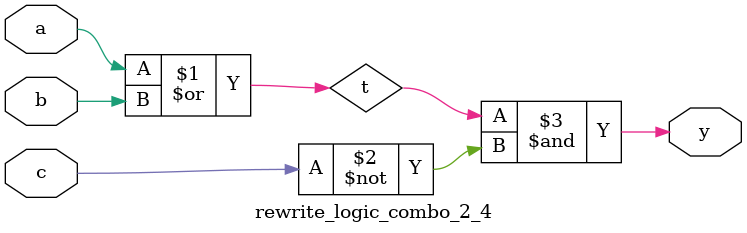
<source format=sv>
module rewrite_logic_combo_2_4(input logic a,b,c, output logic y);
  logic t;
  assign t = a | b;
  assign y = t & ~c;
endmodule

</source>
